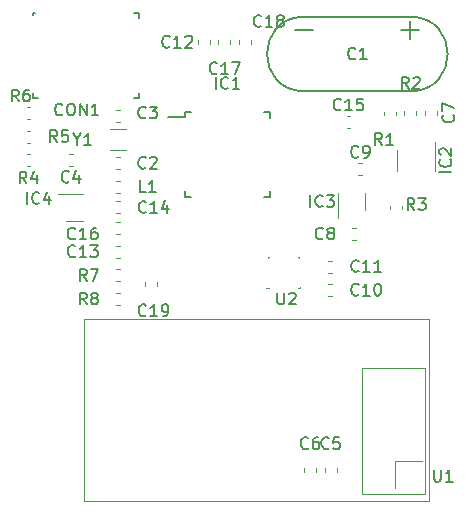
<source format=gto>
G04 #@! TF.GenerationSoftware,KiCad,Pcbnew,(5.0.0)*
G04 #@! TF.CreationDate,2019-01-15T20:44:40+01:00*
G04 #@! TF.ProjectId,nrf24l01-node,6E726632346C30312D6E6F64652E6B69,rev?*
G04 #@! TF.SameCoordinates,Original*
G04 #@! TF.FileFunction,Legend,Top*
G04 #@! TF.FilePolarity,Positive*
%FSLAX46Y46*%
G04 Gerber Fmt 4.6, Leading zero omitted, Abs format (unit mm)*
G04 Created by KiCad (PCBNEW (5.0.0)) date 01/15/19 20:44:40*
%MOMM*%
%LPD*%
G01*
G04 APERTURE LIST*
%ADD10C,0.120000*%
%ADD11C,0.150000*%
%ADD12C,0.100000*%
G04 APERTURE END LIST*
D10*
G04 #@! TO.C,C19*
X67490000Y-149587221D02*
X67490000Y-149912779D01*
X68510000Y-149587221D02*
X68510000Y-149912779D01*
G04 #@! TO.C,C4*
X61412779Y-139760000D02*
X61087221Y-139760000D01*
X61412779Y-138740000D02*
X61087221Y-138740000D01*
G04 #@! TO.C,IC4*
X62235000Y-142090000D02*
X60150000Y-142090000D01*
X60825000Y-144410000D02*
X62235000Y-144410000D01*
G04 #@! TO.C,R8*
X65412779Y-150490000D02*
X65087221Y-150490000D01*
X65412779Y-151510000D02*
X65087221Y-151510000D01*
G04 #@! TO.C,R7*
X65412779Y-149510000D02*
X65087221Y-149510000D01*
X65412779Y-148490000D02*
X65087221Y-148490000D01*
D11*
G04 #@! TO.C,CON1*
X58436000Y-133951800D02*
X58004200Y-133951800D01*
X58004200Y-133951800D02*
X58004200Y-133520000D01*
X58182000Y-126750000D02*
X58000000Y-126750000D01*
X58004200Y-126763600D02*
X58004200Y-126916000D01*
X66564000Y-126750000D02*
X67000000Y-126750000D01*
X67000000Y-126750000D02*
X67000000Y-127170000D01*
X66564000Y-133951800D02*
X67000000Y-133951800D01*
X67000000Y-133951800D02*
X67000000Y-133520000D01*
D10*
G04 #@! TO.C,C18*
X76510000Y-129087221D02*
X76510000Y-129412779D01*
X75490000Y-129087221D02*
X75490000Y-129412779D01*
G04 #@! TO.C,R4*
X57492222Y-138740000D02*
X57817780Y-138740000D01*
X57492222Y-139760000D02*
X57817780Y-139760000D01*
G04 #@! TO.C,R5*
X57492222Y-137760000D02*
X57817780Y-137760000D01*
X57492222Y-136740000D02*
X57817780Y-136740000D01*
G04 #@! TO.C,R6*
X57492222Y-134740000D02*
X57817780Y-134740000D01*
X57492222Y-135760000D02*
X57817780Y-135760000D01*
G04 #@! TO.C,L1*
X65087221Y-140990000D02*
X65412779Y-140990000D01*
X65087221Y-142010000D02*
X65412779Y-142010000D01*
G04 #@! TO.C,C3*
X65412779Y-134990000D02*
X65087221Y-134990000D01*
X65412779Y-136010000D02*
X65087221Y-136010000D01*
G04 #@! TO.C,C2*
X65412779Y-140010000D02*
X65087221Y-140010000D01*
X65412779Y-138990000D02*
X65087221Y-138990000D01*
G04 #@! TO.C,Y1*
X65925000Y-136625000D02*
X64575000Y-136625000D01*
X65925000Y-138375000D02*
X64575000Y-138375000D01*
G04 #@! TO.C,IC3*
X83840000Y-142015000D02*
X83840000Y-144100000D01*
X86160000Y-143425000D02*
X86160000Y-142015000D01*
D11*
G04 #@! TO.C,C1*
X90000000Y-127100000D02*
X81000000Y-127100000D01*
X90000000Y-133400000D02*
X81000000Y-133400000D01*
X90000000Y-127100000D02*
G75*
G02X90000000Y-133400000I0J-3150000D01*
G01*
X81000000Y-133400000D02*
G75*
G02X81000000Y-127100000I0J3150000D01*
G01*
D10*
G04 #@! TO.C,C5*
X83760000Y-165337221D02*
X83760000Y-165662779D01*
X82740000Y-165337221D02*
X82740000Y-165662779D01*
G04 #@! TO.C,C6*
X82010000Y-165337221D02*
X82010000Y-165662779D01*
X80990000Y-165337221D02*
X80990000Y-165662779D01*
G04 #@! TO.C,C7*
X92260000Y-135412779D02*
X92260000Y-135087221D01*
X91240000Y-135412779D02*
X91240000Y-135087221D01*
G04 #@! TO.C,C8*
X85087221Y-146010000D02*
X85412779Y-146010000D01*
X85087221Y-144990000D02*
X85412779Y-144990000D01*
G04 #@! TO.C,C9*
X85587221Y-139490000D02*
X85912779Y-139490000D01*
X85587221Y-140510000D02*
X85912779Y-140510000D01*
G04 #@! TO.C,C10*
X83019365Y-149740000D02*
X83344923Y-149740000D01*
X83019365Y-150760000D02*
X83344923Y-150760000D01*
G04 #@! TO.C,C11*
X83019365Y-148760000D02*
X83344923Y-148760000D01*
X83019365Y-147740000D02*
X83344923Y-147740000D01*
G04 #@! TO.C,C12*
X73010000Y-129412779D02*
X73010000Y-129087221D01*
X71990000Y-129412779D02*
X71990000Y-129087221D01*
G04 #@! TO.C,C13*
X65412779Y-147510000D02*
X65087221Y-147510000D01*
X65412779Y-146490000D02*
X65087221Y-146490000D01*
G04 #@! TO.C,C14*
X65412779Y-142690921D02*
X65087221Y-142690921D01*
X65412779Y-143710921D02*
X65087221Y-143710921D01*
G04 #@! TO.C,C15*
X84587221Y-136510000D02*
X84912779Y-136510000D01*
X84587221Y-135490000D02*
X84912779Y-135490000D01*
G04 #@! TO.C,C16*
X65412779Y-145510000D02*
X65087221Y-145510000D01*
X65412779Y-144490000D02*
X65087221Y-144490000D01*
G04 #@! TO.C,C17*
X73740000Y-129412779D02*
X73740000Y-129087221D01*
X74760000Y-129412779D02*
X74760000Y-129087221D01*
D11*
G04 #@! TO.C,IC1*
X70875000Y-135125000D02*
X70875000Y-135550000D01*
X78125000Y-135125000D02*
X78125000Y-135650000D01*
X78125000Y-142375000D02*
X78125000Y-141850000D01*
X70875000Y-142375000D02*
X70875000Y-141850000D01*
X70875000Y-135125000D02*
X71400000Y-135125000D01*
X70875000Y-142375000D02*
X71400000Y-142375000D01*
X78125000Y-142375000D02*
X77600000Y-142375000D01*
X78125000Y-135125000D02*
X77600000Y-135125000D01*
X70875000Y-135550000D02*
X69500000Y-135550000D01*
D10*
G04 #@! TO.C,IC2*
X88890000Y-138350000D02*
X88890000Y-140150000D01*
X92110000Y-140150000D02*
X92110000Y-137700000D01*
G04 #@! TO.C,R1*
X87740000Y-135450279D02*
X87740000Y-135124721D01*
X88760000Y-135450279D02*
X88760000Y-135124721D01*
G04 #@! TO.C,R2*
X90510000Y-135435636D02*
X90510000Y-135110078D01*
X89490000Y-135435636D02*
X89490000Y-135110078D01*
G04 #@! TO.C,R3*
X88240000Y-143412779D02*
X88240000Y-143087221D01*
X89260000Y-143412779D02*
X89260000Y-143087221D01*
G04 #@! TO.C,U1*
X91270000Y-167524000D02*
X85936000Y-167524000D01*
X85936000Y-167524000D02*
X85936000Y-156856000D01*
X85936000Y-156856000D02*
X91270000Y-156856000D01*
X91270000Y-156856000D02*
X91270000Y-156856000D01*
X88730000Y-167016000D02*
X88730000Y-164730000D01*
X88730000Y-164730000D02*
X91016000Y-164730000D01*
X91016000Y-164730000D02*
X91016000Y-164730000D01*
X91600000Y-168100000D02*
X62400000Y-168100000D01*
X62400000Y-168100000D02*
X62400000Y-152650000D01*
X62400000Y-152650000D02*
X91600000Y-152650000D01*
X91600000Y-152650000D02*
X91600000Y-168100000D01*
X91600000Y-168100000D02*
X91600000Y-168100000D01*
X91270000Y-156856000D02*
X91270000Y-167524000D01*
X91270000Y-167524000D02*
X91270000Y-167524000D01*
D12*
G04 #@! TO.C,U2*
X80610000Y-150100000D02*
X80610000Y-149950000D01*
X80600000Y-150100000D02*
X80450000Y-150100000D01*
X80600000Y-147400000D02*
X80450000Y-147400000D01*
X80600000Y-147400000D02*
X80600000Y-147550000D01*
X77900000Y-147550000D02*
X77900000Y-147400000D01*
X77900000Y-147400000D02*
X78050000Y-147400000D01*
X78050000Y-150100000D02*
X77800000Y-150100000D01*
G04 #@! TO.C,C19*
D11*
X67607142Y-152357142D02*
X67559523Y-152404761D01*
X67416666Y-152452380D01*
X67321428Y-152452380D01*
X67178571Y-152404761D01*
X67083333Y-152309523D01*
X67035714Y-152214285D01*
X66988095Y-152023809D01*
X66988095Y-151880952D01*
X67035714Y-151690476D01*
X67083333Y-151595238D01*
X67178571Y-151500000D01*
X67321428Y-151452380D01*
X67416666Y-151452380D01*
X67559523Y-151500000D01*
X67607142Y-151547619D01*
X68559523Y-152452380D02*
X67988095Y-152452380D01*
X68273809Y-152452380D02*
X68273809Y-151452380D01*
X68178571Y-151595238D01*
X68083333Y-151690476D01*
X67988095Y-151738095D01*
X69035714Y-152452380D02*
X69226190Y-152452380D01*
X69321428Y-152404761D01*
X69369047Y-152357142D01*
X69464285Y-152214285D01*
X69511904Y-152023809D01*
X69511904Y-151642857D01*
X69464285Y-151547619D01*
X69416666Y-151500000D01*
X69321428Y-151452380D01*
X69130952Y-151452380D01*
X69035714Y-151500000D01*
X68988095Y-151547619D01*
X68940476Y-151642857D01*
X68940476Y-151880952D01*
X68988095Y-151976190D01*
X69035714Y-152023809D01*
X69130952Y-152071428D01*
X69321428Y-152071428D01*
X69416666Y-152023809D01*
X69464285Y-151976190D01*
X69511904Y-151880952D01*
G04 #@! TO.C,C4*
X61083333Y-141037142D02*
X61035714Y-141084761D01*
X60892857Y-141132380D01*
X60797619Y-141132380D01*
X60654761Y-141084761D01*
X60559523Y-140989523D01*
X60511904Y-140894285D01*
X60464285Y-140703809D01*
X60464285Y-140560952D01*
X60511904Y-140370476D01*
X60559523Y-140275238D01*
X60654761Y-140180000D01*
X60797619Y-140132380D01*
X60892857Y-140132380D01*
X61035714Y-140180000D01*
X61083333Y-140227619D01*
X61940476Y-140465714D02*
X61940476Y-141132380D01*
X61702380Y-140084761D02*
X61464285Y-140799047D01*
X62083333Y-140799047D01*
G04 #@! TO.C,IC4*
X57523809Y-142952380D02*
X57523809Y-141952380D01*
X58571428Y-142857142D02*
X58523809Y-142904761D01*
X58380952Y-142952380D01*
X58285714Y-142952380D01*
X58142857Y-142904761D01*
X58047619Y-142809523D01*
X58000000Y-142714285D01*
X57952380Y-142523809D01*
X57952380Y-142380952D01*
X58000000Y-142190476D01*
X58047619Y-142095238D01*
X58142857Y-142000000D01*
X58285714Y-141952380D01*
X58380952Y-141952380D01*
X58523809Y-142000000D01*
X58571428Y-142047619D01*
X59428571Y-142285714D02*
X59428571Y-142952380D01*
X59190476Y-141904761D02*
X58952380Y-142619047D01*
X59571428Y-142619047D01*
G04 #@! TO.C,R8*
X62583333Y-151452380D02*
X62250000Y-150976190D01*
X62011904Y-151452380D02*
X62011904Y-150452380D01*
X62392857Y-150452380D01*
X62488095Y-150500000D01*
X62535714Y-150547619D01*
X62583333Y-150642857D01*
X62583333Y-150785714D01*
X62535714Y-150880952D01*
X62488095Y-150928571D01*
X62392857Y-150976190D01*
X62011904Y-150976190D01*
X63154761Y-150880952D02*
X63059523Y-150833333D01*
X63011904Y-150785714D01*
X62964285Y-150690476D01*
X62964285Y-150642857D01*
X63011904Y-150547619D01*
X63059523Y-150500000D01*
X63154761Y-150452380D01*
X63345238Y-150452380D01*
X63440476Y-150500000D01*
X63488095Y-150547619D01*
X63535714Y-150642857D01*
X63535714Y-150690476D01*
X63488095Y-150785714D01*
X63440476Y-150833333D01*
X63345238Y-150880952D01*
X63154761Y-150880952D01*
X63059523Y-150928571D01*
X63011904Y-150976190D01*
X62964285Y-151071428D01*
X62964285Y-151261904D01*
X63011904Y-151357142D01*
X63059523Y-151404761D01*
X63154761Y-151452380D01*
X63345238Y-151452380D01*
X63440476Y-151404761D01*
X63488095Y-151357142D01*
X63535714Y-151261904D01*
X63535714Y-151071428D01*
X63488095Y-150976190D01*
X63440476Y-150928571D01*
X63345238Y-150880952D01*
G04 #@! TO.C,R7*
X62583333Y-149452380D02*
X62250000Y-148976190D01*
X62011904Y-149452380D02*
X62011904Y-148452380D01*
X62392857Y-148452380D01*
X62488095Y-148500000D01*
X62535714Y-148547619D01*
X62583333Y-148642857D01*
X62583333Y-148785714D01*
X62535714Y-148880952D01*
X62488095Y-148928571D01*
X62392857Y-148976190D01*
X62011904Y-148976190D01*
X62916666Y-148452380D02*
X63583333Y-148452380D01*
X63154761Y-149452380D01*
G04 #@! TO.C,CON1*
X60535714Y-135357142D02*
X60488095Y-135404761D01*
X60345238Y-135452380D01*
X60250000Y-135452380D01*
X60107142Y-135404761D01*
X60011904Y-135309523D01*
X59964285Y-135214285D01*
X59916666Y-135023809D01*
X59916666Y-134880952D01*
X59964285Y-134690476D01*
X60011904Y-134595238D01*
X60107142Y-134500000D01*
X60250000Y-134452380D01*
X60345238Y-134452380D01*
X60488095Y-134500000D01*
X60535714Y-134547619D01*
X61154761Y-134452380D02*
X61345238Y-134452380D01*
X61440476Y-134500000D01*
X61535714Y-134595238D01*
X61583333Y-134785714D01*
X61583333Y-135119047D01*
X61535714Y-135309523D01*
X61440476Y-135404761D01*
X61345238Y-135452380D01*
X61154761Y-135452380D01*
X61059523Y-135404761D01*
X60964285Y-135309523D01*
X60916666Y-135119047D01*
X60916666Y-134785714D01*
X60964285Y-134595238D01*
X61059523Y-134500000D01*
X61154761Y-134452380D01*
X62011904Y-135452380D02*
X62011904Y-134452380D01*
X62583333Y-135452380D01*
X62583333Y-134452380D01*
X63583333Y-135452380D02*
X63011904Y-135452380D01*
X63297619Y-135452380D02*
X63297619Y-134452380D01*
X63202380Y-134595238D01*
X63107142Y-134690476D01*
X63011904Y-134738095D01*
G04 #@! TO.C,C18*
X77357142Y-127857142D02*
X77309523Y-127904761D01*
X77166666Y-127952380D01*
X77071428Y-127952380D01*
X76928571Y-127904761D01*
X76833333Y-127809523D01*
X76785714Y-127714285D01*
X76738095Y-127523809D01*
X76738095Y-127380952D01*
X76785714Y-127190476D01*
X76833333Y-127095238D01*
X76928571Y-127000000D01*
X77071428Y-126952380D01*
X77166666Y-126952380D01*
X77309523Y-127000000D01*
X77357142Y-127047619D01*
X78309523Y-127952380D02*
X77738095Y-127952380D01*
X78023809Y-127952380D02*
X78023809Y-126952380D01*
X77928571Y-127095238D01*
X77833333Y-127190476D01*
X77738095Y-127238095D01*
X78880952Y-127380952D02*
X78785714Y-127333333D01*
X78738095Y-127285714D01*
X78690476Y-127190476D01*
X78690476Y-127142857D01*
X78738095Y-127047619D01*
X78785714Y-127000000D01*
X78880952Y-126952380D01*
X79071428Y-126952380D01*
X79166666Y-127000000D01*
X79214285Y-127047619D01*
X79261904Y-127142857D01*
X79261904Y-127190476D01*
X79214285Y-127285714D01*
X79166666Y-127333333D01*
X79071428Y-127380952D01*
X78880952Y-127380952D01*
X78785714Y-127428571D01*
X78738095Y-127476190D01*
X78690476Y-127571428D01*
X78690476Y-127761904D01*
X78738095Y-127857142D01*
X78785714Y-127904761D01*
X78880952Y-127952380D01*
X79071428Y-127952380D01*
X79166666Y-127904761D01*
X79214285Y-127857142D01*
X79261904Y-127761904D01*
X79261904Y-127571428D01*
X79214285Y-127476190D01*
X79166666Y-127428571D01*
X79071428Y-127380952D01*
G04 #@! TO.C,R4*
X57488334Y-141202380D02*
X57155001Y-140726190D01*
X56916905Y-141202380D02*
X56916905Y-140202380D01*
X57297858Y-140202380D01*
X57393096Y-140250000D01*
X57440715Y-140297619D01*
X57488334Y-140392857D01*
X57488334Y-140535714D01*
X57440715Y-140630952D01*
X57393096Y-140678571D01*
X57297858Y-140726190D01*
X56916905Y-140726190D01*
X58345477Y-140535714D02*
X58345477Y-141202380D01*
X58107381Y-140154761D02*
X57869286Y-140869047D01*
X58488334Y-140869047D01*
G04 #@! TO.C,R5*
X60083333Y-137702380D02*
X59750000Y-137226190D01*
X59511904Y-137702380D02*
X59511904Y-136702380D01*
X59892857Y-136702380D01*
X59988095Y-136750000D01*
X60035714Y-136797619D01*
X60083333Y-136892857D01*
X60083333Y-137035714D01*
X60035714Y-137130952D01*
X59988095Y-137178571D01*
X59892857Y-137226190D01*
X59511904Y-137226190D01*
X60988095Y-136702380D02*
X60511904Y-136702380D01*
X60464285Y-137178571D01*
X60511904Y-137130952D01*
X60607142Y-137083333D01*
X60845238Y-137083333D01*
X60940476Y-137130952D01*
X60988095Y-137178571D01*
X61035714Y-137273809D01*
X61035714Y-137511904D01*
X60988095Y-137607142D01*
X60940476Y-137654761D01*
X60845238Y-137702380D01*
X60607142Y-137702380D01*
X60511904Y-137654761D01*
X60464285Y-137607142D01*
G04 #@! TO.C,R6*
X56833333Y-134272380D02*
X56500000Y-133796190D01*
X56261904Y-134272380D02*
X56261904Y-133272380D01*
X56642857Y-133272380D01*
X56738095Y-133320000D01*
X56785714Y-133367619D01*
X56833333Y-133462857D01*
X56833333Y-133605714D01*
X56785714Y-133700952D01*
X56738095Y-133748571D01*
X56642857Y-133796190D01*
X56261904Y-133796190D01*
X57690476Y-133272380D02*
X57500000Y-133272380D01*
X57404761Y-133320000D01*
X57357142Y-133367619D01*
X57261904Y-133510476D01*
X57214285Y-133700952D01*
X57214285Y-134081904D01*
X57261904Y-134177142D01*
X57309523Y-134224761D01*
X57404761Y-134272380D01*
X57595238Y-134272380D01*
X57690476Y-134224761D01*
X57738095Y-134177142D01*
X57785714Y-134081904D01*
X57785714Y-133843809D01*
X57738095Y-133748571D01*
X57690476Y-133700952D01*
X57595238Y-133653333D01*
X57404761Y-133653333D01*
X57309523Y-133700952D01*
X57261904Y-133748571D01*
X57214285Y-133843809D01*
G04 #@! TO.C,L1*
X67583333Y-141952380D02*
X67107142Y-141952380D01*
X67107142Y-140952380D01*
X68440476Y-141952380D02*
X67869047Y-141952380D01*
X68154761Y-141952380D02*
X68154761Y-140952380D01*
X68059523Y-141095238D01*
X67964285Y-141190476D01*
X67869047Y-141238095D01*
G04 #@! TO.C,C3*
X67583333Y-135607142D02*
X67535714Y-135654761D01*
X67392857Y-135702380D01*
X67297619Y-135702380D01*
X67154761Y-135654761D01*
X67059523Y-135559523D01*
X67011904Y-135464285D01*
X66964285Y-135273809D01*
X66964285Y-135130952D01*
X67011904Y-134940476D01*
X67059523Y-134845238D01*
X67154761Y-134750000D01*
X67297619Y-134702380D01*
X67392857Y-134702380D01*
X67535714Y-134750000D01*
X67583333Y-134797619D01*
X67916666Y-134702380D02*
X68535714Y-134702380D01*
X68202380Y-135083333D01*
X68345238Y-135083333D01*
X68440476Y-135130952D01*
X68488095Y-135178571D01*
X68535714Y-135273809D01*
X68535714Y-135511904D01*
X68488095Y-135607142D01*
X68440476Y-135654761D01*
X68345238Y-135702380D01*
X68059523Y-135702380D01*
X67964285Y-135654761D01*
X67916666Y-135607142D01*
G04 #@! TO.C,C2*
X67583333Y-139857142D02*
X67535714Y-139904761D01*
X67392857Y-139952380D01*
X67297619Y-139952380D01*
X67154761Y-139904761D01*
X67059523Y-139809523D01*
X67011904Y-139714285D01*
X66964285Y-139523809D01*
X66964285Y-139380952D01*
X67011904Y-139190476D01*
X67059523Y-139095238D01*
X67154761Y-139000000D01*
X67297619Y-138952380D01*
X67392857Y-138952380D01*
X67535714Y-139000000D01*
X67583333Y-139047619D01*
X67964285Y-139047619D02*
X68011904Y-139000000D01*
X68107142Y-138952380D01*
X68345238Y-138952380D01*
X68440476Y-139000000D01*
X68488095Y-139047619D01*
X68535714Y-139142857D01*
X68535714Y-139238095D01*
X68488095Y-139380952D01*
X67916666Y-139952380D01*
X68535714Y-139952380D01*
G04 #@! TO.C,Y1*
X61773809Y-137476190D02*
X61773809Y-137952380D01*
X61440476Y-136952380D02*
X61773809Y-137476190D01*
X62107142Y-136952380D01*
X62964285Y-137952380D02*
X62392857Y-137952380D01*
X62678571Y-137952380D02*
X62678571Y-136952380D01*
X62583333Y-137095238D01*
X62488095Y-137190476D01*
X62392857Y-137238095D01*
G04 #@! TO.C,IC3*
X81523809Y-143202380D02*
X81523809Y-142202380D01*
X82571428Y-143107142D02*
X82523809Y-143154761D01*
X82380952Y-143202380D01*
X82285714Y-143202380D01*
X82142857Y-143154761D01*
X82047619Y-143059523D01*
X82000000Y-142964285D01*
X81952380Y-142773809D01*
X81952380Y-142630952D01*
X82000000Y-142440476D01*
X82047619Y-142345238D01*
X82142857Y-142250000D01*
X82285714Y-142202380D01*
X82380952Y-142202380D01*
X82523809Y-142250000D01*
X82571428Y-142297619D01*
X82904761Y-142202380D02*
X83523809Y-142202380D01*
X83190476Y-142583333D01*
X83333333Y-142583333D01*
X83428571Y-142630952D01*
X83476190Y-142678571D01*
X83523809Y-142773809D01*
X83523809Y-143011904D01*
X83476190Y-143107142D01*
X83428571Y-143154761D01*
X83333333Y-143202380D01*
X83047619Y-143202380D01*
X82952380Y-143154761D01*
X82904761Y-143107142D01*
G04 #@! TO.C,C1*
X85333333Y-130607142D02*
X85285714Y-130654761D01*
X85142857Y-130702380D01*
X85047619Y-130702380D01*
X84904761Y-130654761D01*
X84809523Y-130559523D01*
X84761904Y-130464285D01*
X84714285Y-130273809D01*
X84714285Y-130130952D01*
X84761904Y-129940476D01*
X84809523Y-129845238D01*
X84904761Y-129750000D01*
X85047619Y-129702380D01*
X85142857Y-129702380D01*
X85285714Y-129750000D01*
X85333333Y-129797619D01*
X86285714Y-130702380D02*
X85714285Y-130702380D01*
X86000000Y-130702380D02*
X86000000Y-129702380D01*
X85904761Y-129845238D01*
X85809523Y-129940476D01*
X85714285Y-129988095D01*
X89238095Y-128242857D02*
X90761904Y-128242857D01*
X90000000Y-129004761D02*
X90000000Y-127480952D01*
X80238095Y-128242857D02*
X81761904Y-128242857D01*
G04 #@! TO.C,C5*
X83083333Y-163607142D02*
X83035714Y-163654761D01*
X82892857Y-163702380D01*
X82797619Y-163702380D01*
X82654761Y-163654761D01*
X82559523Y-163559523D01*
X82511904Y-163464285D01*
X82464285Y-163273809D01*
X82464285Y-163130952D01*
X82511904Y-162940476D01*
X82559523Y-162845238D01*
X82654761Y-162750000D01*
X82797619Y-162702380D01*
X82892857Y-162702380D01*
X83035714Y-162750000D01*
X83083333Y-162797619D01*
X83988095Y-162702380D02*
X83511904Y-162702380D01*
X83464285Y-163178571D01*
X83511904Y-163130952D01*
X83607142Y-163083333D01*
X83845238Y-163083333D01*
X83940476Y-163130952D01*
X83988095Y-163178571D01*
X84035714Y-163273809D01*
X84035714Y-163511904D01*
X83988095Y-163607142D01*
X83940476Y-163654761D01*
X83845238Y-163702380D01*
X83607142Y-163702380D01*
X83511904Y-163654761D01*
X83464285Y-163607142D01*
G04 #@! TO.C,C6*
X81333333Y-163607142D02*
X81285714Y-163654761D01*
X81142857Y-163702380D01*
X81047619Y-163702380D01*
X80904761Y-163654761D01*
X80809523Y-163559523D01*
X80761904Y-163464285D01*
X80714285Y-163273809D01*
X80714285Y-163130952D01*
X80761904Y-162940476D01*
X80809523Y-162845238D01*
X80904761Y-162750000D01*
X81047619Y-162702380D01*
X81142857Y-162702380D01*
X81285714Y-162750000D01*
X81333333Y-162797619D01*
X82190476Y-162702380D02*
X82000000Y-162702380D01*
X81904761Y-162750000D01*
X81857142Y-162797619D01*
X81761904Y-162940476D01*
X81714285Y-163130952D01*
X81714285Y-163511904D01*
X81761904Y-163607142D01*
X81809523Y-163654761D01*
X81904761Y-163702380D01*
X82095238Y-163702380D01*
X82190476Y-163654761D01*
X82238095Y-163607142D01*
X82285714Y-163511904D01*
X82285714Y-163273809D01*
X82238095Y-163178571D01*
X82190476Y-163130952D01*
X82095238Y-163083333D01*
X81904761Y-163083333D01*
X81809523Y-163130952D01*
X81761904Y-163178571D01*
X81714285Y-163273809D01*
G04 #@! TO.C,C7*
X93607142Y-135416666D02*
X93654761Y-135464285D01*
X93702380Y-135607142D01*
X93702380Y-135702380D01*
X93654761Y-135845238D01*
X93559523Y-135940476D01*
X93464285Y-135988095D01*
X93273809Y-136035714D01*
X93130952Y-136035714D01*
X92940476Y-135988095D01*
X92845238Y-135940476D01*
X92750000Y-135845238D01*
X92702380Y-135702380D01*
X92702380Y-135607142D01*
X92750000Y-135464285D01*
X92797619Y-135416666D01*
X92702380Y-135083333D02*
X92702380Y-134416666D01*
X93702380Y-134845238D01*
G04 #@! TO.C,C8*
X82583333Y-145857142D02*
X82535714Y-145904761D01*
X82392857Y-145952380D01*
X82297619Y-145952380D01*
X82154761Y-145904761D01*
X82059523Y-145809523D01*
X82011904Y-145714285D01*
X81964285Y-145523809D01*
X81964285Y-145380952D01*
X82011904Y-145190476D01*
X82059523Y-145095238D01*
X82154761Y-145000000D01*
X82297619Y-144952380D01*
X82392857Y-144952380D01*
X82535714Y-145000000D01*
X82583333Y-145047619D01*
X83154761Y-145380952D02*
X83059523Y-145333333D01*
X83011904Y-145285714D01*
X82964285Y-145190476D01*
X82964285Y-145142857D01*
X83011904Y-145047619D01*
X83059523Y-145000000D01*
X83154761Y-144952380D01*
X83345238Y-144952380D01*
X83440476Y-145000000D01*
X83488095Y-145047619D01*
X83535714Y-145142857D01*
X83535714Y-145190476D01*
X83488095Y-145285714D01*
X83440476Y-145333333D01*
X83345238Y-145380952D01*
X83154761Y-145380952D01*
X83059523Y-145428571D01*
X83011904Y-145476190D01*
X82964285Y-145571428D01*
X82964285Y-145761904D01*
X83011904Y-145857142D01*
X83059523Y-145904761D01*
X83154761Y-145952380D01*
X83345238Y-145952380D01*
X83440476Y-145904761D01*
X83488095Y-145857142D01*
X83535714Y-145761904D01*
X83535714Y-145571428D01*
X83488095Y-145476190D01*
X83440476Y-145428571D01*
X83345238Y-145380952D01*
G04 #@! TO.C,C9*
X85583333Y-138927142D02*
X85535714Y-138974761D01*
X85392857Y-139022380D01*
X85297619Y-139022380D01*
X85154761Y-138974761D01*
X85059523Y-138879523D01*
X85011904Y-138784285D01*
X84964285Y-138593809D01*
X84964285Y-138450952D01*
X85011904Y-138260476D01*
X85059523Y-138165238D01*
X85154761Y-138070000D01*
X85297619Y-138022380D01*
X85392857Y-138022380D01*
X85535714Y-138070000D01*
X85583333Y-138117619D01*
X86059523Y-139022380D02*
X86250000Y-139022380D01*
X86345238Y-138974761D01*
X86392857Y-138927142D01*
X86488095Y-138784285D01*
X86535714Y-138593809D01*
X86535714Y-138212857D01*
X86488095Y-138117619D01*
X86440476Y-138070000D01*
X86345238Y-138022380D01*
X86154761Y-138022380D01*
X86059523Y-138070000D01*
X86011904Y-138117619D01*
X85964285Y-138212857D01*
X85964285Y-138450952D01*
X86011904Y-138546190D01*
X86059523Y-138593809D01*
X86154761Y-138641428D01*
X86345238Y-138641428D01*
X86440476Y-138593809D01*
X86488095Y-138546190D01*
X86535714Y-138450952D01*
G04 #@! TO.C,C10*
X85607142Y-150607142D02*
X85559523Y-150654761D01*
X85416666Y-150702380D01*
X85321428Y-150702380D01*
X85178571Y-150654761D01*
X85083333Y-150559523D01*
X85035714Y-150464285D01*
X84988095Y-150273809D01*
X84988095Y-150130952D01*
X85035714Y-149940476D01*
X85083333Y-149845238D01*
X85178571Y-149750000D01*
X85321428Y-149702380D01*
X85416666Y-149702380D01*
X85559523Y-149750000D01*
X85607142Y-149797619D01*
X86559523Y-150702380D02*
X85988095Y-150702380D01*
X86273809Y-150702380D02*
X86273809Y-149702380D01*
X86178571Y-149845238D01*
X86083333Y-149940476D01*
X85988095Y-149988095D01*
X87178571Y-149702380D02*
X87273809Y-149702380D01*
X87369047Y-149750000D01*
X87416666Y-149797619D01*
X87464285Y-149892857D01*
X87511904Y-150083333D01*
X87511904Y-150321428D01*
X87464285Y-150511904D01*
X87416666Y-150607142D01*
X87369047Y-150654761D01*
X87273809Y-150702380D01*
X87178571Y-150702380D01*
X87083333Y-150654761D01*
X87035714Y-150607142D01*
X86988095Y-150511904D01*
X86940476Y-150321428D01*
X86940476Y-150083333D01*
X86988095Y-149892857D01*
X87035714Y-149797619D01*
X87083333Y-149750000D01*
X87178571Y-149702380D01*
G04 #@! TO.C,C11*
X85607142Y-148607142D02*
X85559523Y-148654761D01*
X85416666Y-148702380D01*
X85321428Y-148702380D01*
X85178571Y-148654761D01*
X85083333Y-148559523D01*
X85035714Y-148464285D01*
X84988095Y-148273809D01*
X84988095Y-148130952D01*
X85035714Y-147940476D01*
X85083333Y-147845238D01*
X85178571Y-147750000D01*
X85321428Y-147702380D01*
X85416666Y-147702380D01*
X85559523Y-147750000D01*
X85607142Y-147797619D01*
X86559523Y-148702380D02*
X85988095Y-148702380D01*
X86273809Y-148702380D02*
X86273809Y-147702380D01*
X86178571Y-147845238D01*
X86083333Y-147940476D01*
X85988095Y-147988095D01*
X87511904Y-148702380D02*
X86940476Y-148702380D01*
X87226190Y-148702380D02*
X87226190Y-147702380D01*
X87130952Y-147845238D01*
X87035714Y-147940476D01*
X86940476Y-147988095D01*
G04 #@! TO.C,C12*
X69607142Y-129607142D02*
X69559523Y-129654761D01*
X69416666Y-129702380D01*
X69321428Y-129702380D01*
X69178571Y-129654761D01*
X69083333Y-129559523D01*
X69035714Y-129464285D01*
X68988095Y-129273809D01*
X68988095Y-129130952D01*
X69035714Y-128940476D01*
X69083333Y-128845238D01*
X69178571Y-128750000D01*
X69321428Y-128702380D01*
X69416666Y-128702380D01*
X69559523Y-128750000D01*
X69607142Y-128797619D01*
X70559523Y-129702380D02*
X69988095Y-129702380D01*
X70273809Y-129702380D02*
X70273809Y-128702380D01*
X70178571Y-128845238D01*
X70083333Y-128940476D01*
X69988095Y-128988095D01*
X70940476Y-128797619D02*
X70988095Y-128750000D01*
X71083333Y-128702380D01*
X71321428Y-128702380D01*
X71416666Y-128750000D01*
X71464285Y-128797619D01*
X71511904Y-128892857D01*
X71511904Y-128988095D01*
X71464285Y-129130952D01*
X70892857Y-129702380D01*
X71511904Y-129702380D01*
G04 #@! TO.C,C13*
X61607142Y-147357142D02*
X61559523Y-147404761D01*
X61416666Y-147452380D01*
X61321428Y-147452380D01*
X61178571Y-147404761D01*
X61083333Y-147309523D01*
X61035714Y-147214285D01*
X60988095Y-147023809D01*
X60988095Y-146880952D01*
X61035714Y-146690476D01*
X61083333Y-146595238D01*
X61178571Y-146500000D01*
X61321428Y-146452380D01*
X61416666Y-146452380D01*
X61559523Y-146500000D01*
X61607142Y-146547619D01*
X62559523Y-147452380D02*
X61988095Y-147452380D01*
X62273809Y-147452380D02*
X62273809Y-146452380D01*
X62178571Y-146595238D01*
X62083333Y-146690476D01*
X61988095Y-146738095D01*
X62892857Y-146452380D02*
X63511904Y-146452380D01*
X63178571Y-146833333D01*
X63321428Y-146833333D01*
X63416666Y-146880952D01*
X63464285Y-146928571D01*
X63511904Y-147023809D01*
X63511904Y-147261904D01*
X63464285Y-147357142D01*
X63416666Y-147404761D01*
X63321428Y-147452380D01*
X63035714Y-147452380D01*
X62940476Y-147404761D01*
X62892857Y-147357142D01*
G04 #@! TO.C,C14*
X67607142Y-143607142D02*
X67559523Y-143654761D01*
X67416666Y-143702380D01*
X67321428Y-143702380D01*
X67178571Y-143654761D01*
X67083333Y-143559523D01*
X67035714Y-143464285D01*
X66988095Y-143273809D01*
X66988095Y-143130952D01*
X67035714Y-142940476D01*
X67083333Y-142845238D01*
X67178571Y-142750000D01*
X67321428Y-142702380D01*
X67416666Y-142702380D01*
X67559523Y-142750000D01*
X67607142Y-142797619D01*
X68559523Y-143702380D02*
X67988095Y-143702380D01*
X68273809Y-143702380D02*
X68273809Y-142702380D01*
X68178571Y-142845238D01*
X68083333Y-142940476D01*
X67988095Y-142988095D01*
X69416666Y-143035714D02*
X69416666Y-143702380D01*
X69178571Y-142654761D02*
X68940476Y-143369047D01*
X69559523Y-143369047D01*
G04 #@! TO.C,C15*
X84107142Y-134927142D02*
X84059523Y-134974761D01*
X83916666Y-135022380D01*
X83821428Y-135022380D01*
X83678571Y-134974761D01*
X83583333Y-134879523D01*
X83535714Y-134784285D01*
X83488095Y-134593809D01*
X83488095Y-134450952D01*
X83535714Y-134260476D01*
X83583333Y-134165238D01*
X83678571Y-134070000D01*
X83821428Y-134022380D01*
X83916666Y-134022380D01*
X84059523Y-134070000D01*
X84107142Y-134117619D01*
X85059523Y-135022380D02*
X84488095Y-135022380D01*
X84773809Y-135022380D02*
X84773809Y-134022380D01*
X84678571Y-134165238D01*
X84583333Y-134260476D01*
X84488095Y-134308095D01*
X85964285Y-134022380D02*
X85488095Y-134022380D01*
X85440476Y-134498571D01*
X85488095Y-134450952D01*
X85583333Y-134403333D01*
X85821428Y-134403333D01*
X85916666Y-134450952D01*
X85964285Y-134498571D01*
X86011904Y-134593809D01*
X86011904Y-134831904D01*
X85964285Y-134927142D01*
X85916666Y-134974761D01*
X85821428Y-135022380D01*
X85583333Y-135022380D01*
X85488095Y-134974761D01*
X85440476Y-134927142D01*
G04 #@! TO.C,C16*
X61607142Y-145857142D02*
X61559523Y-145904761D01*
X61416666Y-145952380D01*
X61321428Y-145952380D01*
X61178571Y-145904761D01*
X61083333Y-145809523D01*
X61035714Y-145714285D01*
X60988095Y-145523809D01*
X60988095Y-145380952D01*
X61035714Y-145190476D01*
X61083333Y-145095238D01*
X61178571Y-145000000D01*
X61321428Y-144952380D01*
X61416666Y-144952380D01*
X61559523Y-145000000D01*
X61607142Y-145047619D01*
X62559523Y-145952380D02*
X61988095Y-145952380D01*
X62273809Y-145952380D02*
X62273809Y-144952380D01*
X62178571Y-145095238D01*
X62083333Y-145190476D01*
X61988095Y-145238095D01*
X63416666Y-144952380D02*
X63226190Y-144952380D01*
X63130952Y-145000000D01*
X63083333Y-145047619D01*
X62988095Y-145190476D01*
X62940476Y-145380952D01*
X62940476Y-145761904D01*
X62988095Y-145857142D01*
X63035714Y-145904761D01*
X63130952Y-145952380D01*
X63321428Y-145952380D01*
X63416666Y-145904761D01*
X63464285Y-145857142D01*
X63511904Y-145761904D01*
X63511904Y-145523809D01*
X63464285Y-145428571D01*
X63416666Y-145380952D01*
X63321428Y-145333333D01*
X63130952Y-145333333D01*
X63035714Y-145380952D01*
X62988095Y-145428571D01*
X62940476Y-145523809D01*
G04 #@! TO.C,C17*
X73607142Y-131857142D02*
X73559523Y-131904761D01*
X73416666Y-131952380D01*
X73321428Y-131952380D01*
X73178571Y-131904761D01*
X73083333Y-131809523D01*
X73035714Y-131714285D01*
X72988095Y-131523809D01*
X72988095Y-131380952D01*
X73035714Y-131190476D01*
X73083333Y-131095238D01*
X73178571Y-131000000D01*
X73321428Y-130952380D01*
X73416666Y-130952380D01*
X73559523Y-131000000D01*
X73607142Y-131047619D01*
X74559523Y-131952380D02*
X73988095Y-131952380D01*
X74273809Y-131952380D02*
X74273809Y-130952380D01*
X74178571Y-131095238D01*
X74083333Y-131190476D01*
X73988095Y-131238095D01*
X74892857Y-130952380D02*
X75559523Y-130952380D01*
X75130952Y-131952380D01*
G04 #@! TO.C,IC1*
X73523809Y-133202380D02*
X73523809Y-132202380D01*
X74571428Y-133107142D02*
X74523809Y-133154761D01*
X74380952Y-133202380D01*
X74285714Y-133202380D01*
X74142857Y-133154761D01*
X74047619Y-133059523D01*
X74000000Y-132964285D01*
X73952380Y-132773809D01*
X73952380Y-132630952D01*
X74000000Y-132440476D01*
X74047619Y-132345238D01*
X74142857Y-132250000D01*
X74285714Y-132202380D01*
X74380952Y-132202380D01*
X74523809Y-132250000D01*
X74571428Y-132297619D01*
X75523809Y-133202380D02*
X74952380Y-133202380D01*
X75238095Y-133202380D02*
X75238095Y-132202380D01*
X75142857Y-132345238D01*
X75047619Y-132440476D01*
X74952380Y-132488095D01*
G04 #@! TO.C,IC2*
X93452380Y-140226190D02*
X92452380Y-140226190D01*
X93357142Y-139178571D02*
X93404761Y-139226190D01*
X93452380Y-139369047D01*
X93452380Y-139464285D01*
X93404761Y-139607142D01*
X93309523Y-139702380D01*
X93214285Y-139750000D01*
X93023809Y-139797619D01*
X92880952Y-139797619D01*
X92690476Y-139750000D01*
X92595238Y-139702380D01*
X92500000Y-139607142D01*
X92452380Y-139464285D01*
X92452380Y-139369047D01*
X92500000Y-139226190D01*
X92547619Y-139178571D01*
X92547619Y-138797619D02*
X92500000Y-138750000D01*
X92452380Y-138654761D01*
X92452380Y-138416666D01*
X92500000Y-138321428D01*
X92547619Y-138273809D01*
X92642857Y-138226190D01*
X92738095Y-138226190D01*
X92880952Y-138273809D01*
X93452380Y-138845238D01*
X93452380Y-138226190D01*
G04 #@! TO.C,R1*
X87583333Y-137952380D02*
X87250000Y-137476190D01*
X87011904Y-137952380D02*
X87011904Y-136952380D01*
X87392857Y-136952380D01*
X87488095Y-137000000D01*
X87535714Y-137047619D01*
X87583333Y-137142857D01*
X87583333Y-137285714D01*
X87535714Y-137380952D01*
X87488095Y-137428571D01*
X87392857Y-137476190D01*
X87011904Y-137476190D01*
X88535714Y-137952380D02*
X87964285Y-137952380D01*
X88250000Y-137952380D02*
X88250000Y-136952380D01*
X88154761Y-137095238D01*
X88059523Y-137190476D01*
X87964285Y-137238095D01*
G04 #@! TO.C,R2*
X89833333Y-133202380D02*
X89500000Y-132726190D01*
X89261904Y-133202380D02*
X89261904Y-132202380D01*
X89642857Y-132202380D01*
X89738095Y-132250000D01*
X89785714Y-132297619D01*
X89833333Y-132392857D01*
X89833333Y-132535714D01*
X89785714Y-132630952D01*
X89738095Y-132678571D01*
X89642857Y-132726190D01*
X89261904Y-132726190D01*
X90214285Y-132297619D02*
X90261904Y-132250000D01*
X90357142Y-132202380D01*
X90595238Y-132202380D01*
X90690476Y-132250000D01*
X90738095Y-132297619D01*
X90785714Y-132392857D01*
X90785714Y-132488095D01*
X90738095Y-132630952D01*
X90166666Y-133202380D01*
X90785714Y-133202380D01*
G04 #@! TO.C,R3*
X90333333Y-143452380D02*
X90000000Y-142976190D01*
X89761904Y-143452380D02*
X89761904Y-142452380D01*
X90142857Y-142452380D01*
X90238095Y-142500000D01*
X90285714Y-142547619D01*
X90333333Y-142642857D01*
X90333333Y-142785714D01*
X90285714Y-142880952D01*
X90238095Y-142928571D01*
X90142857Y-142976190D01*
X89761904Y-142976190D01*
X90666666Y-142452380D02*
X91285714Y-142452380D01*
X90952380Y-142833333D01*
X91095238Y-142833333D01*
X91190476Y-142880952D01*
X91238095Y-142928571D01*
X91285714Y-143023809D01*
X91285714Y-143261904D01*
X91238095Y-143357142D01*
X91190476Y-143404761D01*
X91095238Y-143452380D01*
X90809523Y-143452380D01*
X90714285Y-143404761D01*
X90666666Y-143357142D01*
G04 #@! TO.C,U1*
X91988095Y-165452380D02*
X91988095Y-166261904D01*
X92035714Y-166357142D01*
X92083333Y-166404761D01*
X92178571Y-166452380D01*
X92369047Y-166452380D01*
X92464285Y-166404761D01*
X92511904Y-166357142D01*
X92559523Y-166261904D01*
X92559523Y-165452380D01*
X93559523Y-166452380D02*
X92988095Y-166452380D01*
X93273809Y-166452380D02*
X93273809Y-165452380D01*
X93178571Y-165595238D01*
X93083333Y-165690476D01*
X92988095Y-165738095D01*
G04 #@! TO.C,U2*
X78738095Y-150452380D02*
X78738095Y-151261904D01*
X78785714Y-151357142D01*
X78833333Y-151404761D01*
X78928571Y-151452380D01*
X79119047Y-151452380D01*
X79214285Y-151404761D01*
X79261904Y-151357142D01*
X79309523Y-151261904D01*
X79309523Y-150452380D01*
X79738095Y-150547619D02*
X79785714Y-150500000D01*
X79880952Y-150452380D01*
X80119047Y-150452380D01*
X80214285Y-150500000D01*
X80261904Y-150547619D01*
X80309523Y-150642857D01*
X80309523Y-150738095D01*
X80261904Y-150880952D01*
X79690476Y-151452380D01*
X80309523Y-151452380D01*
G04 #@! TD*
M02*

</source>
